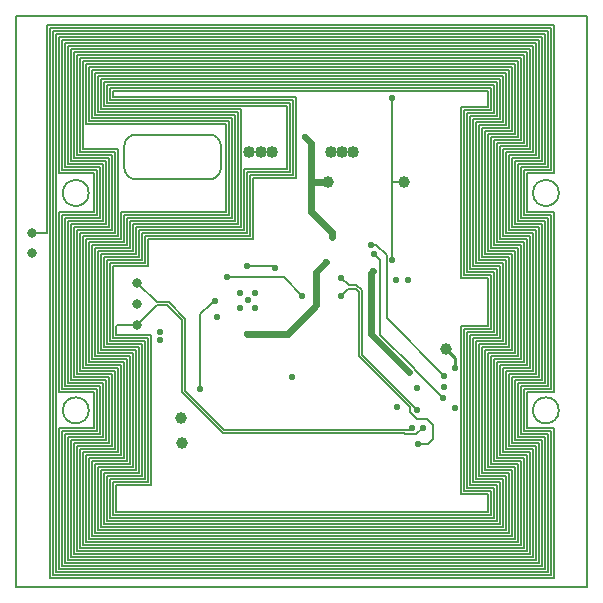
<source format=gbr>
%TF.GenerationSoftware,KiCad,Pcbnew,(5.1.4)-1*%
%TF.CreationDate,2019-12-19T16:50:30-07:00*%
%TF.ProjectId,SolarCellZ_v1,536f6c61-7243-4656-9c6c-5a5f76312e6b,rev?*%
%TF.SameCoordinates,Original*%
%TF.FileFunction,Copper,L5,Inr*%
%TF.FilePolarity,Positive*%
%FSLAX46Y46*%
G04 Gerber Fmt 4.6, Leading zero omitted, Abs format (unit mm)*
G04 Created by KiCad (PCBNEW (5.1.4)-1) date 2019-12-19 16:50:30*
%MOMM*%
%LPD*%
G04 APERTURE LIST*
%ADD10C,0.200000*%
%ADD11C,1.016000*%
%ADD12C,1.000000*%
%ADD13C,0.584200*%
%ADD14C,0.800000*%
%ADD15C,0.609600*%
%ADD16C,0.228600*%
%ADD17C,0.152400*%
%ADD18C,0.127000*%
G04 APERTURE END LIST*
D10*
X107407500Y-52841000D02*
G75*
G02X106407500Y-53841000I-1000000J0D01*
G01*
X100207500Y-53841000D02*
G75*
G02X99207500Y-52841000I0J1000000D01*
G01*
X106407500Y-50041000D02*
G75*
G02X107407500Y-51041000I0J-1000000D01*
G01*
X99207500Y-51041000D02*
G75*
G02X100207500Y-50041000I1000000J0D01*
G01*
X96207500Y-54991000D02*
G75*
G03X96207500Y-54991000I-1100000J0D01*
G01*
X106407500Y-50041000D02*
X100207500Y-50041000D01*
X138407500Y-39991000D02*
X138407500Y-88391000D01*
X138407500Y-88391000D02*
X90007500Y-88391000D01*
X96207500Y-73391000D02*
G75*
G03X96207500Y-73391000I-1100000J0D01*
G01*
X90007500Y-88391000D02*
X90007500Y-39991000D01*
X90007500Y-39991000D02*
X138407500Y-39991000D01*
X100207500Y-53841000D02*
X106407500Y-53841000D01*
X136007500Y-73391000D02*
G75*
G03X136007500Y-73391000I-1100000J0D01*
G01*
X136007500Y-54991000D02*
G75*
G03X136007500Y-54991000I-1100000J0D01*
G01*
X107407500Y-52841000D02*
X107407500Y-51041000D01*
X99207500Y-51041000D02*
X99207500Y-52841000D01*
D11*
X116700000Y-51500000D03*
X117650000Y-51500000D03*
X111700000Y-51500000D03*
X110750000Y-51500000D03*
X118600000Y-51500000D03*
X109800000Y-51500000D03*
D12*
X116459000Y-54038500D03*
X122936000Y-54038500D03*
X126492000Y-68199000D03*
X104013000Y-74041000D03*
X104076500Y-76200000D03*
D13*
X126301500Y-71437500D03*
X124015500Y-71501000D03*
X120268110Y-61604791D03*
X120078500Y-66357500D03*
X127254000Y-69786500D03*
X123317000Y-70167500D03*
X107032512Y-65473693D03*
X109654340Y-64046100D03*
X110253760Y-64708256D03*
X108983760Y-64708256D03*
X110261400Y-63439040D03*
X108983760Y-63463656D03*
X122237500Y-62357000D03*
X123253500Y-62357000D03*
X122301000Y-73088500D03*
X127254000Y-73215500D03*
X113411000Y-70548500D03*
X126301500Y-70485000D03*
X120111294Y-59382647D03*
X126238000Y-72390000D03*
X120396000Y-60198000D03*
X121920000Y-60706000D03*
X121920000Y-46990000D03*
X116763500Y-58710000D03*
X114554000Y-50292000D03*
X124015500Y-73406000D03*
X117602000Y-62166500D03*
X116268500Y-60833000D03*
X109644160Y-66892656D03*
X107886500Y-62103000D03*
X114299990Y-63690500D03*
X117602000Y-63690500D03*
X124045117Y-76233390D03*
X109601000Y-61214000D03*
X111950500Y-61380850D03*
X105664000Y-71628000D03*
X106872635Y-64108698D03*
D14*
X91440000Y-58420000D03*
X91440000Y-60071000D03*
X100330000Y-64389000D03*
X100330000Y-62611000D03*
X100330000Y-66167000D03*
D13*
X124523500Y-74866500D03*
X123571000Y-74866500D03*
X102235000Y-67437000D03*
X102235000Y-66802000D03*
D15*
X120078500Y-66357500D02*
X120078500Y-66929000D01*
X120078500Y-66929000D02*
X123317000Y-70167500D01*
D16*
X127254000Y-68961000D02*
X126492000Y-68199000D01*
X127254000Y-69786500D02*
X127254000Y-68961000D01*
D15*
X120078500Y-61794401D02*
X120268110Y-61604791D01*
X120078500Y-66357500D02*
X120078500Y-61794401D01*
D17*
X121424699Y-60282961D02*
X120524385Y-59382647D01*
X120524385Y-59382647D02*
X120111294Y-59382647D01*
X121424699Y-65608199D02*
X121424699Y-60282961D01*
X126301500Y-70485000D02*
X121424699Y-65608199D01*
X123812301Y-69964301D02*
X123812301Y-69929755D01*
X126238000Y-72390000D02*
X123812301Y-69964301D01*
X120688099Y-60490099D02*
X120396000Y-60198000D01*
X120891301Y-67008755D02*
X120891301Y-60693301D01*
X123812301Y-69929755D02*
X120891301Y-67008755D01*
X120891301Y-60693301D02*
X120688099Y-60490099D01*
X122936000Y-54038500D02*
X121920000Y-54038500D01*
X121920000Y-46990000D02*
X121920000Y-54038500D01*
X121920000Y-54038500D02*
X121920000Y-60706000D01*
D15*
X115062000Y-56595409D02*
X115062000Y-54038500D01*
X116763500Y-58710000D02*
X116763500Y-58296909D01*
X116763500Y-58296909D02*
X115062000Y-56595409D01*
X115062000Y-54038500D02*
X116459000Y-54038500D01*
X115062000Y-50800000D02*
X114554000Y-50292000D01*
X115062000Y-54038500D02*
X115062000Y-50800000D01*
D18*
X119316511Y-68707011D02*
X124015500Y-73406000D01*
X119316511Y-63246011D02*
X119316511Y-68707011D01*
X118872000Y-62801500D02*
X119316511Y-63246011D01*
X117602000Y-62166500D02*
X118237000Y-62801500D01*
X118237000Y-62801500D02*
X118872000Y-62801500D01*
D15*
X115443000Y-61658500D02*
X115443000Y-64516000D01*
X113066344Y-66892656D02*
X109644160Y-66892656D01*
X116268500Y-60833000D02*
X115443000Y-61658500D01*
X115443000Y-64516000D02*
X113066344Y-66892656D01*
D17*
X107886500Y-62103000D02*
X112712490Y-62103000D01*
X112712490Y-62103000D02*
X114299990Y-63690500D01*
D18*
X124841000Y-74168000D02*
X125349000Y-74676000D01*
X119062500Y-63373000D02*
X119062500Y-68834000D01*
X124934610Y-76233390D02*
X124045117Y-76233390D01*
X124015500Y-74168000D02*
X124841000Y-74168000D01*
X117602000Y-63690500D02*
X118173500Y-63119000D01*
X125349000Y-74676000D02*
X125349000Y-75819000D01*
X125349000Y-75819000D02*
X124934610Y-76233390D01*
X118173500Y-63119000D02*
X118808500Y-63119000D01*
X123380500Y-73533000D02*
X124015500Y-74168000D01*
X118808500Y-63119000D02*
X119062500Y-63373000D01*
X123380500Y-73152000D02*
X123380500Y-73533000D01*
X119062500Y-68834000D02*
X123380500Y-73152000D01*
D17*
X111783650Y-61214000D02*
X111950500Y-61380850D01*
X109601000Y-61214000D02*
X111783650Y-61214000D01*
X105664000Y-71628000D02*
X105664000Y-65278000D01*
X106551245Y-64390755D02*
X106590578Y-64390755D01*
X106590578Y-64390755D02*
X106872635Y-64108698D01*
X105664000Y-65278000D02*
X106551245Y-64390755D01*
D18*
X123952000Y-75438000D02*
X124523500Y-74866500D01*
X101981000Y-64516000D02*
X102870000Y-64516000D01*
X100330000Y-66167000D02*
X101981000Y-64516000D01*
X122872500Y-75311000D02*
X122999500Y-75438000D01*
X102870000Y-64516000D02*
X104140000Y-65786000D01*
X122999500Y-75438000D02*
X123952000Y-75438000D01*
X104140000Y-65786000D02*
X104140000Y-71882000D01*
X104140000Y-71882000D02*
X107569000Y-75311000D01*
X107569000Y-75311000D02*
X122872500Y-75311000D01*
X101981000Y-64262000D02*
X100330000Y-62611000D01*
X123380500Y-75057000D02*
X107696000Y-75057000D01*
X123571000Y-74866500D02*
X123380500Y-75057000D01*
X107696000Y-75057000D02*
X104394000Y-71755000D01*
X104394000Y-71755000D02*
X104394000Y-65659000D01*
X104394000Y-65659000D02*
X102997000Y-64262000D01*
X102997000Y-64262000D02*
X101981000Y-64262000D01*
X110109000Y-58928000D02*
X110109000Y-53721000D01*
X101219000Y-58928000D02*
X110109000Y-58928000D01*
X98298000Y-67310000D02*
X98298000Y-61214000D01*
X101219000Y-67310000D02*
X98298000Y-67310000D01*
X101219000Y-79502000D02*
X101219000Y-67310000D01*
X98298000Y-82296000D02*
X98298000Y-79502000D01*
X130302000Y-82296000D02*
X98298000Y-82296000D01*
X130302000Y-80264000D02*
X130302000Y-82296000D01*
X130302000Y-61976000D02*
X130302000Y-66548000D01*
X128016000Y-61976000D02*
X130302000Y-61976000D01*
X98044000Y-46101000D02*
X130302000Y-46101000D01*
X113538000Y-53467000D02*
X113538000Y-47117000D01*
X109855000Y-58674000D02*
X109855000Y-53467000D01*
X100965000Y-60960000D02*
X100965000Y-58674000D01*
X98044000Y-60960000D02*
X100965000Y-60960000D01*
X100965000Y-67564000D02*
X98044000Y-67564000D01*
X98044000Y-82550000D02*
X98044000Y-79248000D01*
X130556000Y-80010000D02*
X130556000Y-82550000D01*
X128270000Y-80010000D02*
X130556000Y-80010000D01*
X130556000Y-66802000D02*
X128270000Y-66802000D01*
X130556000Y-61722000D02*
X130556000Y-66802000D01*
X97790000Y-47371000D02*
X97790000Y-45847000D01*
X113284000Y-47371000D02*
X97790000Y-47371000D01*
X113284000Y-53213000D02*
X113284000Y-47371000D01*
X97790000Y-67818000D02*
X97790000Y-60706000D01*
X100711000Y-67818000D02*
X97790000Y-67818000D01*
X100711000Y-78994000D02*
X100711000Y-67818000D01*
X97790000Y-78994000D02*
X100711000Y-78994000D01*
X130810000Y-79756000D02*
X130810000Y-82804000D01*
X128524000Y-67056000D02*
X128524000Y-79756000D01*
X128524000Y-61468000D02*
X130810000Y-61468000D01*
X128524000Y-48514000D02*
X128524000Y-61468000D01*
X130810000Y-48514000D02*
X128524000Y-48514000D01*
X130810000Y-45593000D02*
X130810000Y-48514000D01*
X97536000Y-45593000D02*
X130810000Y-45593000D01*
X97536000Y-47625000D02*
X97536000Y-45593000D01*
X113030000Y-47625000D02*
X97536000Y-47625000D01*
X113030000Y-52959000D02*
X113030000Y-47625000D01*
X109347000Y-52959000D02*
X113030000Y-52959000D01*
X109347000Y-58166000D02*
X109347000Y-52959000D01*
X100457000Y-58166000D02*
X109347000Y-58166000D01*
X100457000Y-60452000D02*
X100457000Y-58166000D01*
X97536000Y-60452000D02*
X100457000Y-60452000D01*
X97536000Y-68072000D02*
X97536000Y-60452000D01*
X100457000Y-68072000D02*
X97536000Y-68072000D01*
X100457000Y-78740000D02*
X100457000Y-68072000D01*
X97536000Y-78740000D02*
X100457000Y-78740000D01*
X97536000Y-83058000D02*
X97536000Y-78740000D01*
X131064000Y-83058000D02*
X97536000Y-83058000D01*
X131064000Y-79502000D02*
X131064000Y-83058000D01*
X128778000Y-79502000D02*
X131064000Y-79502000D01*
X128778000Y-67310000D02*
X128778000Y-79502000D01*
X131064000Y-67310000D02*
X128778000Y-67310000D01*
X131064000Y-61214000D02*
X131064000Y-67310000D01*
X128778000Y-61214000D02*
X131064000Y-61214000D01*
X128778000Y-48768000D02*
X128778000Y-61214000D01*
X131064000Y-48768000D02*
X128778000Y-48768000D01*
X131064000Y-45339000D02*
X131064000Y-48768000D01*
X97282000Y-45339000D02*
X131064000Y-45339000D01*
X97282000Y-47879000D02*
X97282000Y-45339000D01*
X109093000Y-47879000D02*
X97282000Y-47879000D01*
X109093000Y-57912000D02*
X109093000Y-47879000D01*
X100203000Y-57912000D02*
X109093000Y-57912000D01*
X100203000Y-60198000D02*
X100203000Y-57912000D01*
X97282000Y-60198000D02*
X100203000Y-60198000D01*
X97282000Y-68326000D02*
X97282000Y-60198000D01*
X100203000Y-68326000D02*
X97282000Y-68326000D01*
X100203000Y-78486000D02*
X100203000Y-68326000D01*
X97282000Y-78486000D02*
X100203000Y-78486000D01*
X97282000Y-83312000D02*
X97282000Y-78486000D01*
X131318000Y-83312000D02*
X97282000Y-83312000D01*
X131318000Y-79248000D02*
X131318000Y-83312000D01*
X129032000Y-79248000D02*
X131318000Y-79248000D01*
X132588000Y-57404000D02*
X134874000Y-57404000D01*
X97917000Y-57912000D02*
X97917000Y-52070000D01*
X98044000Y-79248000D02*
X100965000Y-79248000D01*
X133096000Y-71628000D02*
X133096000Y-75184000D01*
X133604000Y-76962000D02*
X133604000Y-85598000D01*
X97790000Y-45847000D02*
X130556000Y-45847000D01*
X135382000Y-71628000D02*
X133096000Y-71628000D01*
X128016000Y-80264000D02*
X130302000Y-80264000D01*
X97663000Y-52324000D02*
X94742000Y-52324000D01*
X109601000Y-53213000D02*
X113284000Y-53213000D01*
X94742000Y-70866000D02*
X94742000Y-57658000D01*
X128270000Y-48260000D02*
X128270000Y-61722000D01*
X133604000Y-58674000D02*
X133604000Y-69850000D01*
X133350000Y-53340000D02*
X133350000Y-56642000D01*
X128016000Y-66548000D02*
X128016000Y-80264000D01*
X131572000Y-70104000D02*
X131572000Y-76708000D01*
X98552000Y-67056000D02*
X98552000Y-66294000D01*
X132588000Y-52578000D02*
X132588000Y-57404000D01*
X133858000Y-58420000D02*
X133858000Y-70104000D01*
X131572000Y-58420000D02*
X133858000Y-58420000D01*
X109601000Y-58420000D02*
X109601000Y-53213000D01*
X131572000Y-51562000D02*
X131572000Y-58420000D01*
X130810000Y-82804000D02*
X97790000Y-82804000D01*
X94488000Y-42545000D02*
X133858000Y-42545000D01*
X97790000Y-82804000D02*
X97790000Y-78994000D01*
X94488000Y-52578000D02*
X94488000Y-42545000D01*
X98044000Y-67564000D02*
X98044000Y-60960000D01*
X135636000Y-74930000D02*
X135636000Y-87630000D01*
X131826000Y-76454000D02*
X134112000Y-76454000D01*
X100965000Y-79248000D02*
X100965000Y-67564000D01*
X93218000Y-41275000D02*
X135128000Y-41275000D01*
X134112000Y-70358000D02*
X131826000Y-70358000D01*
X130556000Y-45847000D02*
X130556000Y-48260000D01*
X131826000Y-51816000D02*
X131826000Y-58166000D01*
X97409000Y-75692000D02*
X97409000Y-71120000D01*
X94488000Y-75692000D02*
X97409000Y-75692000D01*
X133858000Y-51562000D02*
X131572000Y-51562000D01*
X128524000Y-79756000D02*
X130810000Y-79756000D01*
X94488000Y-71120000D02*
X94488000Y-57404000D01*
X132588000Y-43815000D02*
X132588000Y-50292000D01*
X97155000Y-75438000D02*
X97155000Y-71374000D01*
X129540000Y-60452000D02*
X131826000Y-60452000D01*
X128270000Y-61722000D02*
X130556000Y-61722000D01*
X94488000Y-86106000D02*
X94488000Y-75692000D01*
X131826000Y-60452000D02*
X131826000Y-68072000D01*
X96012000Y-77216000D02*
X98933000Y-77216000D01*
X98044000Y-47117000D02*
X98044000Y-46101000D01*
X134112000Y-86106000D02*
X94488000Y-86106000D01*
X95758000Y-58674000D02*
X98679000Y-58674000D01*
X134366000Y-86360000D02*
X94234000Y-86360000D01*
X99187000Y-56896000D02*
X108077000Y-56896000D01*
X132334000Y-68580000D02*
X130048000Y-68580000D01*
X132080000Y-76200000D02*
X134366000Y-76200000D01*
X108077000Y-48895000D02*
X96266000Y-48895000D01*
X132080000Y-44323000D02*
X132080000Y-49784000D01*
X100711000Y-60706000D02*
X100711000Y-58420000D01*
X97409000Y-57404000D02*
X97409000Y-52578000D01*
X132334000Y-50038000D02*
X130048000Y-50038000D01*
X134366000Y-57912000D02*
X134366000Y-70612000D01*
X129540000Y-78740000D02*
X131826000Y-78740000D01*
X130556000Y-69088000D02*
X130556000Y-77724000D01*
X132080000Y-57912000D02*
X134366000Y-57912000D01*
X132334000Y-84328000D02*
X96266000Y-84328000D01*
X109855000Y-53467000D02*
X113538000Y-53467000D01*
X97409000Y-52578000D02*
X94488000Y-52578000D01*
X131572000Y-49276000D02*
X129286000Y-49276000D01*
X130302000Y-77978000D02*
X132588000Y-77978000D01*
X132588000Y-84582000D02*
X96012000Y-84582000D01*
X95504000Y-58420000D02*
X98425000Y-58420000D01*
X98679000Y-66167000D02*
X100330000Y-66167000D01*
X131318000Y-76962000D02*
X133604000Y-76962000D01*
X131318000Y-58674000D02*
X133604000Y-58674000D01*
X92964000Y-41021000D02*
X135382000Y-41021000D01*
X130556000Y-82550000D02*
X98044000Y-82550000D01*
X97917000Y-70612000D02*
X94996000Y-70612000D01*
X135128000Y-75438000D02*
X135128000Y-87122000D01*
X98298000Y-61214000D02*
X101219000Y-61214000D01*
X134112000Y-51816000D02*
X131826000Y-51816000D01*
X98425000Y-70104000D02*
X95504000Y-70104000D01*
X94742000Y-42799000D02*
X133604000Y-42799000D01*
X132842000Y-71374000D02*
X132842000Y-75438000D01*
X130048000Y-68580000D02*
X130048000Y-78232000D01*
X132334000Y-52324000D02*
X132334000Y-57658000D01*
X131826000Y-44577000D02*
X131826000Y-49530000D01*
X127762000Y-66294000D02*
X127762000Y-80518000D01*
X94996000Y-57912000D02*
X97917000Y-57912000D01*
X132842000Y-57150000D02*
X135128000Y-57150000D01*
X94234000Y-42291000D02*
X134112000Y-42291000D01*
X98933000Y-58928000D02*
X98933000Y-56642000D01*
X129286000Y-49276000D02*
X129286000Y-60706000D01*
X113538000Y-47117000D02*
X98044000Y-47117000D01*
X94996000Y-85598000D02*
X94996000Y-76200000D01*
X132842000Y-52832000D02*
X132842000Y-57150000D01*
X98425000Y-76708000D02*
X98425000Y-70104000D01*
X130048000Y-80518000D02*
X130048000Y-82042000D01*
X133858000Y-70104000D02*
X131572000Y-70104000D01*
X130302000Y-48006000D02*
X128016000Y-48006000D01*
X133604000Y-42799000D02*
X133604000Y-51308000D01*
X93472000Y-87122000D02*
X93472000Y-41529000D01*
X100711000Y-58420000D02*
X109601000Y-58420000D01*
X135128000Y-52832000D02*
X132842000Y-52832000D01*
X132588000Y-77978000D02*
X132588000Y-84582000D01*
X113792000Y-53721000D02*
X113792000Y-46863000D01*
X131318000Y-51308000D02*
X131318000Y-58674000D01*
X135128000Y-41275000D02*
X135128000Y-52832000D01*
X96647000Y-56642000D02*
X96647000Y-53340000D01*
X132842000Y-69088000D02*
X130556000Y-69088000D01*
X97155000Y-57150000D02*
X97155000Y-52832000D01*
X133350000Y-43053000D02*
X133350000Y-51054000D01*
X94996000Y-43053000D02*
X133350000Y-43053000D01*
X93218000Y-87376000D02*
X93218000Y-41275000D01*
X130048000Y-66294000D02*
X127762000Y-66294000D01*
X133350000Y-51054000D02*
X131064000Y-51054000D01*
X113792000Y-46863000D02*
X98298000Y-46863000D01*
X94742000Y-75946000D02*
X97663000Y-75946000D01*
X133096000Y-75184000D02*
X135382000Y-75184000D01*
X94996000Y-76200000D02*
X97917000Y-76200000D01*
X135382000Y-75184000D02*
X135382000Y-87376000D01*
X96774000Y-77978000D02*
X99695000Y-77978000D01*
X132588000Y-68834000D02*
X130302000Y-68834000D01*
X134620000Y-75946000D02*
X134620000Y-86614000D01*
X93980000Y-86614000D02*
X93980000Y-75184000D01*
X95504000Y-43561000D02*
X132842000Y-43561000D01*
X132080000Y-52070000D02*
X132080000Y-57912000D01*
X130048000Y-78232000D02*
X132334000Y-78232000D01*
X131064000Y-69596000D02*
X131064000Y-77216000D01*
X135382000Y-56896000D02*
X135382000Y-71628000D01*
X134366000Y-52070000D02*
X132080000Y-52070000D01*
X130302000Y-59690000D02*
X132588000Y-59690000D01*
X130048000Y-47752000D02*
X127762000Y-47752000D01*
X94742000Y-57658000D02*
X97663000Y-57658000D01*
X135382000Y-53086000D02*
X133096000Y-53086000D01*
X94234000Y-86360000D02*
X94234000Y-75438000D01*
X96012000Y-69596000D02*
X96012000Y-58928000D01*
X94742000Y-52324000D02*
X94742000Y-42799000D01*
X131064000Y-58928000D02*
X133350000Y-58928000D01*
X92964000Y-87630000D02*
X92964000Y-41021000D01*
X98679000Y-69850000D02*
X95758000Y-69850000D01*
X131318000Y-69850000D02*
X131318000Y-76962000D01*
X133096000Y-56896000D02*
X135382000Y-56896000D01*
X97917000Y-52070000D02*
X94996000Y-52070000D01*
X132080000Y-68326000D02*
X129794000Y-68326000D01*
X93726000Y-41783000D02*
X134620000Y-41783000D01*
X130556000Y-77724000D02*
X132842000Y-77724000D01*
X131572000Y-76708000D02*
X133858000Y-76708000D01*
X135636000Y-40767000D02*
X135636000Y-53340000D01*
X133604000Y-51308000D02*
X131318000Y-51308000D01*
X133350000Y-74930000D02*
X135636000Y-74930000D01*
X132588000Y-50292000D02*
X130302000Y-50292000D01*
X133604000Y-85598000D02*
X94996000Y-85598000D01*
X92710000Y-40767000D02*
X135636000Y-40767000D01*
X94234000Y-57150000D02*
X97155000Y-57150000D01*
X98933000Y-56642000D02*
X107823000Y-56642000D01*
X130048000Y-46355000D02*
X130048000Y-47752000D01*
X97663000Y-70866000D02*
X94742000Y-70866000D01*
X135382000Y-87376000D02*
X93218000Y-87376000D01*
X127762000Y-47752000D02*
X127762000Y-62230000D01*
X134112000Y-42291000D02*
X134112000Y-51816000D01*
X95504000Y-76708000D02*
X98425000Y-76708000D01*
X95250000Y-43307000D02*
X133096000Y-43307000D01*
X133096000Y-85090000D02*
X95504000Y-85090000D01*
X134874000Y-86868000D02*
X93726000Y-86868000D01*
X132334000Y-78232000D02*
X132334000Y-84328000D01*
X95250000Y-85344000D02*
X95250000Y-76454000D01*
X135636000Y-56642000D02*
X135636000Y-71882000D01*
X94996000Y-52070000D02*
X94996000Y-43053000D01*
X135636000Y-71882000D02*
X133350000Y-71882000D01*
X95504000Y-51562000D02*
X95504000Y-43561000D01*
X96647000Y-71882000D02*
X93726000Y-71882000D01*
X96774000Y-44831000D02*
X131572000Y-44831000D01*
X98298000Y-46355000D02*
X130048000Y-46355000D01*
X130810000Y-50800000D02*
X130810000Y-59182000D01*
X133350000Y-56642000D02*
X135636000Y-56642000D01*
X94234000Y-71374000D02*
X94234000Y-57150000D01*
X96012000Y-49149000D02*
X96012000Y-44069000D01*
X101473000Y-67056000D02*
X98552000Y-67056000D01*
X135128000Y-71374000D02*
X132842000Y-71374000D01*
X133858000Y-85852000D02*
X94742000Y-85852000D01*
X130302000Y-66548000D02*
X128016000Y-66548000D01*
X94996000Y-70612000D02*
X94996000Y-57912000D01*
X134874000Y-52578000D02*
X132588000Y-52578000D01*
X133350000Y-58928000D02*
X133350000Y-69596000D01*
X92710000Y-58420000D02*
X92710000Y-40767000D01*
X93726000Y-56642000D02*
X96647000Y-56642000D01*
X130556000Y-50546000D02*
X130556000Y-59436000D01*
X132334000Y-44069000D02*
X132334000Y-50038000D01*
X96647000Y-53340000D02*
X93726000Y-53340000D01*
X129540000Y-68072000D02*
X129540000Y-78740000D01*
X97155000Y-71374000D02*
X94234000Y-71374000D01*
X133350000Y-69596000D02*
X131064000Y-69596000D01*
X98298000Y-46863000D02*
X98298000Y-46355000D01*
X135636000Y-53340000D02*
X133350000Y-53340000D01*
X95250000Y-58166000D02*
X98171000Y-58166000D01*
X130810000Y-67056000D02*
X128524000Y-67056000D01*
X134112000Y-58166000D02*
X134112000Y-70358000D01*
X130048000Y-59944000D02*
X132334000Y-59944000D01*
X134620000Y-70866000D02*
X132334000Y-70866000D01*
X96266000Y-48895000D02*
X96266000Y-44323000D01*
X110109000Y-53721000D02*
X113792000Y-53721000D01*
X133858000Y-76708000D02*
X133858000Y-85852000D01*
X135636000Y-87630000D02*
X92964000Y-87630000D01*
X134366000Y-42037000D02*
X134366000Y-52070000D01*
X95758000Y-51308000D02*
X95758000Y-43815000D01*
X127762000Y-62230000D02*
X130048000Y-62230000D01*
X133096000Y-43307000D02*
X133096000Y-50800000D01*
X135382000Y-41021000D02*
X135382000Y-53086000D01*
X93980000Y-53086000D02*
X93980000Y-42037000D01*
X98933000Y-77216000D02*
X98933000Y-69596000D01*
X94742000Y-85852000D02*
X94742000Y-75946000D01*
X135128000Y-87122000D02*
X93472000Y-87122000D01*
X93980000Y-42037000D02*
X134366000Y-42037000D01*
X98679000Y-51308000D02*
X95758000Y-51308000D01*
X130302000Y-68834000D02*
X130302000Y-77978000D01*
X130556000Y-48260000D02*
X128270000Y-48260000D01*
X97663000Y-57658000D02*
X97663000Y-52324000D01*
X93472000Y-41529000D02*
X134874000Y-41529000D01*
X101473000Y-79756000D02*
X101473000Y-67056000D01*
X133350000Y-85344000D02*
X95250000Y-85344000D01*
X101219000Y-61214000D02*
X101219000Y-58928000D01*
X131826000Y-58166000D02*
X134112000Y-58166000D01*
X132588000Y-59690000D02*
X132588000Y-68834000D01*
X131064000Y-51054000D02*
X131064000Y-58928000D01*
X134874000Y-41529000D02*
X134874000Y-52578000D01*
X93726000Y-74930000D02*
X96647000Y-74930000D01*
X132334000Y-59944000D02*
X132334000Y-68580000D01*
X98298000Y-79502000D02*
X101219000Y-79502000D01*
X134112000Y-76454000D02*
X134112000Y-86106000D01*
X132842000Y-50546000D02*
X130556000Y-50546000D01*
X93726000Y-53340000D02*
X93726000Y-41783000D01*
X98933000Y-69596000D02*
X96012000Y-69596000D01*
X133604000Y-69850000D02*
X131318000Y-69850000D01*
X134874000Y-57404000D02*
X134874000Y-71120000D01*
X98552000Y-82042000D02*
X98552000Y-79756000D01*
X132080000Y-70612000D02*
X132080000Y-76200000D01*
X133096000Y-59182000D02*
X133096000Y-69342000D01*
X97917000Y-76200000D02*
X97917000Y-70612000D01*
X132588000Y-71120000D02*
X132588000Y-75692000D01*
X93980000Y-71628000D02*
X93980000Y-56896000D01*
X95504000Y-85090000D02*
X95504000Y-76708000D01*
X127762000Y-80518000D02*
X130048000Y-80518000D01*
X97663000Y-75946000D02*
X97663000Y-70866000D01*
X132588000Y-75692000D02*
X134874000Y-75692000D01*
X98552000Y-79756000D02*
X101473000Y-79756000D01*
X134366000Y-76200000D02*
X134366000Y-86360000D01*
X96012000Y-58928000D02*
X98933000Y-58928000D01*
X95250000Y-70358000D02*
X95250000Y-58166000D01*
X134874000Y-75692000D02*
X134874000Y-86868000D01*
X133858000Y-42545000D02*
X133858000Y-51562000D01*
X96012000Y-84582000D02*
X96012000Y-77216000D01*
X96647000Y-74930000D02*
X96647000Y-71882000D01*
X94234000Y-75438000D02*
X97155000Y-75438000D01*
X98425000Y-58420000D02*
X98425000Y-51562000D01*
X96901000Y-53086000D02*
X93980000Y-53086000D01*
X130810000Y-77470000D02*
X133096000Y-77470000D01*
X133096000Y-77470000D02*
X133096000Y-85090000D01*
X132842000Y-84836000D02*
X95758000Y-84836000D01*
X132842000Y-77724000D02*
X132842000Y-84836000D01*
X98171000Y-58166000D02*
X98171000Y-51816000D01*
X132334000Y-70866000D02*
X132334000Y-75946000D01*
X134366000Y-70612000D02*
X132080000Y-70612000D01*
X95758000Y-84836000D02*
X95758000Y-76962000D01*
X97790000Y-60706000D02*
X100711000Y-60706000D01*
X131826000Y-70358000D02*
X131826000Y-76454000D01*
X98425000Y-51562000D02*
X95504000Y-51562000D01*
X132334000Y-75946000D02*
X134620000Y-75946000D01*
X99695000Y-68834000D02*
X96774000Y-68834000D01*
X107823000Y-56642000D02*
X107823000Y-49149000D01*
X134620000Y-86614000D02*
X93980000Y-86614000D01*
X98679000Y-76962000D02*
X98679000Y-69850000D01*
X128016000Y-48006000D02*
X128016000Y-61976000D01*
X97409000Y-71120000D02*
X94488000Y-71120000D01*
X95758000Y-43815000D02*
X132588000Y-43815000D01*
X96901000Y-71628000D02*
X93980000Y-71628000D01*
X96520000Y-48641000D02*
X96520000Y-44577000D01*
X128270000Y-66802000D02*
X128270000Y-80010000D01*
X94488000Y-57404000D02*
X97409000Y-57404000D01*
X130048000Y-50038000D02*
X130048000Y-59944000D01*
X96901000Y-56896000D02*
X96901000Y-53086000D01*
X131572000Y-44831000D02*
X131572000Y-49276000D01*
X93726000Y-71882000D02*
X93726000Y-56642000D01*
X131064000Y-77216000D02*
X133350000Y-77216000D01*
X91440000Y-58420000D02*
X92710000Y-58420000D01*
X133350000Y-77216000D02*
X133350000Y-85344000D01*
X130302000Y-46101000D02*
X130302000Y-48006000D01*
X132842000Y-75438000D02*
X135128000Y-75438000D01*
X95250000Y-76454000D02*
X98171000Y-76454000D01*
X135128000Y-57150000D02*
X135128000Y-71374000D01*
X98171000Y-76454000D02*
X98171000Y-70358000D01*
X98171000Y-70358000D02*
X95250000Y-70358000D01*
X98171000Y-51816000D02*
X95250000Y-51816000D01*
X95250000Y-51816000D02*
X95250000Y-43307000D01*
X130048000Y-62230000D02*
X130048000Y-66294000D01*
X134874000Y-71120000D02*
X132588000Y-71120000D01*
X133096000Y-50800000D02*
X130810000Y-50800000D01*
X133096000Y-53086000D02*
X133096000Y-56896000D01*
X130810000Y-59182000D02*
X133096000Y-59182000D01*
X100965000Y-58674000D02*
X109855000Y-58674000D01*
X133350000Y-71882000D02*
X133350000Y-74930000D01*
X133096000Y-69342000D02*
X130810000Y-69342000D01*
X130810000Y-61468000D02*
X130810000Y-67056000D01*
X130810000Y-69342000D02*
X130810000Y-77470000D01*
X98552000Y-66294000D02*
X98679000Y-66167000D01*
X97155000Y-52832000D02*
X94234000Y-52832000D01*
X95504000Y-70104000D02*
X95504000Y-58420000D01*
X134620000Y-52324000D02*
X132334000Y-52324000D01*
X132842000Y-43561000D02*
X132842000Y-50546000D01*
X134620000Y-57658000D02*
X134620000Y-70866000D01*
X130556000Y-59436000D02*
X132842000Y-59436000D01*
X94234000Y-52832000D02*
X94234000Y-42291000D01*
X132842000Y-59436000D02*
X132842000Y-69088000D01*
X134620000Y-41783000D02*
X134620000Y-52324000D01*
X95758000Y-76962000D02*
X98679000Y-76962000D01*
X96901000Y-75184000D02*
X96901000Y-71628000D01*
X95758000Y-69850000D02*
X95758000Y-58674000D01*
X132334000Y-57658000D02*
X134620000Y-57658000D01*
X98679000Y-58674000D02*
X98679000Y-51308000D01*
X93980000Y-56896000D02*
X96901000Y-56896000D01*
X130302000Y-50292000D02*
X130302000Y-59690000D01*
X130048000Y-82042000D02*
X98552000Y-82042000D01*
X93980000Y-75184000D02*
X96901000Y-75184000D01*
X107823000Y-49149000D02*
X96012000Y-49149000D01*
X93726000Y-86868000D02*
X93726000Y-74930000D01*
X96012000Y-44069000D02*
X132334000Y-44069000D01*
X96266000Y-84328000D02*
X96266000Y-77470000D01*
X96266000Y-77470000D02*
X99187000Y-77470000D01*
X99187000Y-77470000D02*
X99187000Y-69342000D01*
X99187000Y-69342000D02*
X96266000Y-69342000D01*
X96266000Y-69342000D02*
X96266000Y-59182000D01*
X96266000Y-59182000D02*
X99187000Y-59182000D01*
X99187000Y-59182000D02*
X99187000Y-56896000D01*
X108077000Y-56896000D02*
X108077000Y-48895000D01*
X96266000Y-44323000D02*
X132080000Y-44323000D01*
X132080000Y-49784000D02*
X129794000Y-49784000D01*
X129794000Y-49784000D02*
X129794000Y-60198000D01*
X129794000Y-60198000D02*
X132080000Y-60198000D01*
X132080000Y-60198000D02*
X132080000Y-68326000D01*
X129794000Y-68326000D02*
X129794000Y-78486000D01*
X129794000Y-78486000D02*
X132080000Y-78486000D01*
X132080000Y-78486000D02*
X132080000Y-84074000D01*
X132080000Y-84074000D02*
X96520000Y-84074000D01*
X96520000Y-84074000D02*
X96520000Y-77724000D01*
X96520000Y-77724000D02*
X99441000Y-77724000D01*
X99441000Y-77724000D02*
X99441000Y-69088000D01*
X99441000Y-69088000D02*
X96520000Y-69088000D01*
X96520000Y-69088000D02*
X96520000Y-59436000D01*
X96520000Y-59436000D02*
X99441000Y-59436000D01*
X99441000Y-59436000D02*
X99441000Y-57150000D01*
X99441000Y-57150000D02*
X108331000Y-57150000D01*
X108331000Y-57150000D02*
X108331000Y-48641000D01*
X108331000Y-48641000D02*
X96520000Y-48641000D01*
X96520000Y-44577000D02*
X131826000Y-44577000D01*
X131826000Y-49530000D02*
X129540000Y-49530000D01*
X129540000Y-49530000D02*
X129540000Y-60452000D01*
X131826000Y-68072000D02*
X129540000Y-68072000D01*
X131826000Y-78740000D02*
X131826000Y-83820000D01*
X131826000Y-83820000D02*
X96774000Y-83820000D01*
X96774000Y-83820000D02*
X96774000Y-77978000D01*
X99695000Y-77978000D02*
X99695000Y-68834000D01*
X96774000Y-68834000D02*
X96774000Y-59690000D01*
X96774000Y-59690000D02*
X99695000Y-59690000D01*
X99695000Y-59690000D02*
X99695000Y-57404000D01*
X99695000Y-57404000D02*
X108585000Y-57404000D01*
X108585000Y-57404000D02*
X108585000Y-48387000D01*
X108585000Y-48387000D02*
X96774000Y-48387000D01*
X96774000Y-48387000D02*
X96774000Y-44831000D01*
X129286000Y-60706000D02*
X131572000Y-60706000D01*
X131572000Y-60706000D02*
X131572000Y-67818000D01*
X131572000Y-67818000D02*
X129286000Y-67818000D01*
X129286000Y-67818000D02*
X129286000Y-78994000D01*
X129286000Y-78994000D02*
X131572000Y-78994000D01*
X131572000Y-78994000D02*
X131572000Y-83566000D01*
X131572000Y-83566000D02*
X97028000Y-83566000D01*
X97028000Y-83566000D02*
X97028000Y-78232000D01*
X97028000Y-78232000D02*
X99949000Y-78232000D01*
X99949000Y-78232000D02*
X99949000Y-68580000D01*
X99949000Y-68580000D02*
X97028000Y-68580000D01*
X97028000Y-68580000D02*
X97028000Y-59944000D01*
X97028000Y-59944000D02*
X99949000Y-59944000D01*
X99949000Y-59944000D02*
X99949000Y-57658000D01*
X99949000Y-57658000D02*
X108839000Y-57658000D01*
X108839000Y-57658000D02*
X108839000Y-48133000D01*
X108839000Y-48133000D02*
X97028000Y-48133000D01*
X97028000Y-48133000D02*
X97028000Y-45085000D01*
X97028000Y-45085000D02*
X131318000Y-45085000D01*
X131318000Y-45085000D02*
X131318000Y-49022000D01*
X131318000Y-49022000D02*
X129032000Y-49022000D01*
X129032000Y-49022000D02*
X129032000Y-60960000D01*
X129032000Y-60960000D02*
X131318000Y-60960000D01*
X131318000Y-60960000D02*
X131318000Y-67564000D01*
X131318000Y-67564000D02*
X129032000Y-67564000D01*
X129032000Y-67564000D02*
X129032000Y-79248000D01*
M02*

</source>
